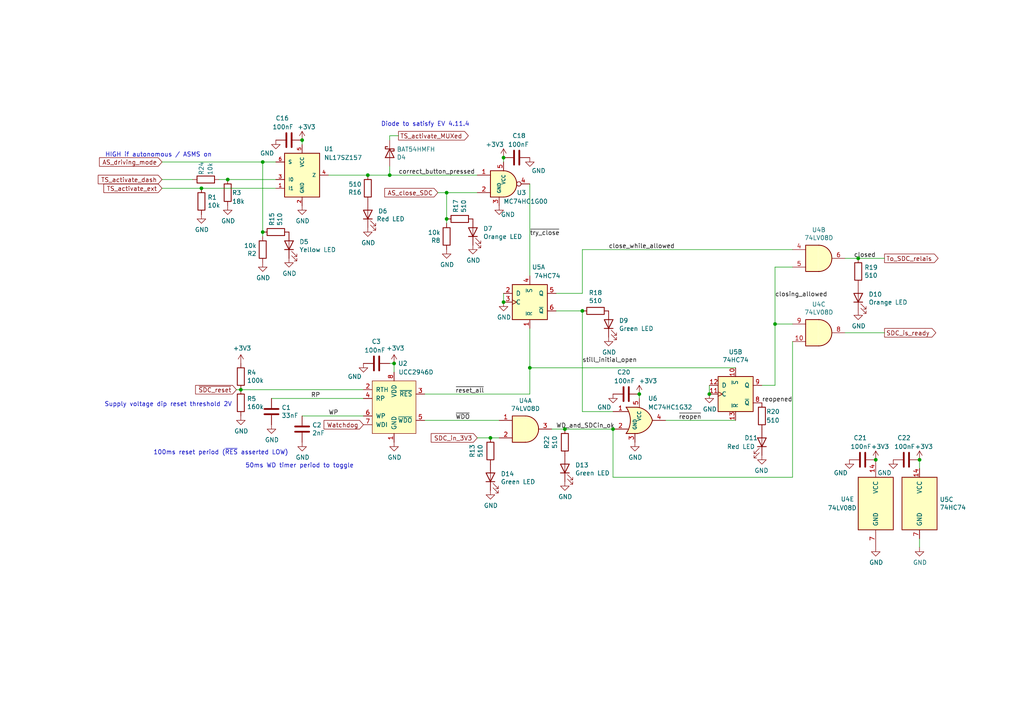
<source format=kicad_sch>
(kicad_sch (version 20211123) (generator eeschema)
  (paper "A4")
  (title_block (title "SDCL - Non-Programmable Logic") (date "2021-12-16") (rev "v1.0") (company "FaSTTUBe - Formula Student Team TU Berlin") (comment 1 "Car 113") (comment 2 "EBS Electronics") (comment 3 "Compliance for rule T 14.5.1 and T 14.5.2") (comment 4 "Hard-Wired logic for SDC relay latching and activation buttons"))
  (lib_symbols
    (symbol "74xx:74HC74" (pin_names (offset 1.016))
      (property "Reference" "U" (at -7.62 8.89 0))
      (property "Value" "74HC74" (at -7.62 -8.89 0))
      (symbol "74HC74_1_0"
        (pin input line (at 0 -7.62 90) (length 2.54) (name "~{R}") (number "1"))
        (pin input line (at -7.62 2.54 0) (length 2.54) (name "D") (number "2"))
        (pin input clock (at -7.62 0 0) (length 2.54) (name "C") (number "3"))
        (pin input line (at 0 7.62 270) (length 2.54) (name "~{S}") (number "4"))
        (pin output line (at 7.62 2.54 180) (length 2.54) (name "Q") (number "5"))
        (pin output line (at 7.62 -2.54 180) (length 2.54) (name "~{Q}") (number "6"))
      )
      (symbol "74HC74_1_1"
        (rectangle (start -5.08 5.08) (end 5.08 -5.08) (stroke (width 0.254)) (fill (type background)))
      )
      (symbol "74HC74_2_0"
        (pin input line (at 0 7.62 270) (length 2.54) (name "~{S}") (number "10"))
        (pin input clock (at -7.62 0 0) (length 2.54) (name "C") (number "11"))
        (pin input line (at -7.62 2.54 0) (length 2.54) (name "D") (number "12"))
        (pin input line (at 0 -7.62 90) (length 2.54) (name "~{R}") (number "13"))
        (pin output line (at 7.62 -2.54 180) (length 2.54) (name "~{Q}") (number "8"))
        (pin output line (at 7.62 2.54 180) (length 2.54) (name "Q") (number "9"))
      )
      (symbol "74HC74_2_1"
        (rectangle (start -5.08 5.08) (end 5.08 -5.08) (stroke (width 0.254)) (fill (type background)))
      )
      (symbol "74HC74_3_0"
        (pin power_in line (at 0 10.16 270) (length 2.54) (name "VCC") (number "14"))
        (pin power_in line (at 0 -10.16 90) (length 2.54) (name "GND") (number "7"))
      )
      (symbol "74HC74_3_1"
        (rectangle (start -5.08 7.62) (end 5.08 -7.62) (stroke (width 0.254)) (fill (type background)))
      )
    )
    (symbol "Custom:74LV08D" (pin_names (offset 1.016))
      (property "Reference" "U" (at 3.81 6.35 0))
      (property "Value" "74LV08D" (at 7.62 3.81 0))
      (symbol "74LV08D_1_1"
        (arc (start 0 -3.81) (mid 3.81 0) (end 0 3.81) (stroke (width 0.254)) (fill (type background)))
        (polyline (pts (xy 0 3.81) (xy -3.81 3.81) (xy -3.81 -3.81) (xy 0 -3.81)) (stroke (width 0.254)) (fill (type background)))
        (pin input line (at -7.62 2.54 0) (length 3.81) (name "~") (number "1"))
        (pin input line (at -7.62 -2.54 0) (length 3.81) (name "~") (number "2"))
        (pin output line (at 7.62 0 180) (length 3.81) (name "~") (number "3"))
      )
      (symbol "74LV08D_1_2"
        (arc (start -3.81 -3.81) (mid -2.589 0) (end -3.81 3.81) (stroke (width 0.254)))
        (arc (start -0.6096 -3.81) (mid 2.1842 -2.5851) (end 3.81 0) (stroke (width 0.254)) (fill (type background)))
        (polyline (pts (xy -3.81 -3.81) (xy -0.635 -3.81)) (stroke (width 0.254)) (fill (type background)))
        (polyline (pts (xy -3.81 3.81) (xy -0.635 3.81)) (stroke (width 0.254)) (fill (type background)))
        (polyline (pts (xy -0.635 3.81) (xy -3.81 3.81) (xy -3.81 3.81) (xy -3.556 3.4036) (xy -3.0226 2.2606) (xy -2.6924 1.0414) (xy -2.6162 -0.254) (xy -2.7686 -1.4986) (xy -3.175 -2.7178) (xy -3.81 -3.81) (xy -3.81 -3.81) (xy -0.635 -3.81)) (stroke (width -25.4)) (fill (type background)))
        (arc (start 3.81 0) (mid 2.1915 2.5936) (end -0.6096 3.81) (stroke (width 0.254)) (fill (type background)))
        (pin input inverted (at -7.62 2.54 0) (length 4.318) (name "~") (number "1"))
        (pin input inverted (at -7.62 -2.54 0) (length 4.318) (name "~") (number "2"))
        (pin output inverted (at 7.62 0 180) (length 3.81) (name "~") (number "3"))
      )
      (symbol "74LV08D_2_1"
        (arc (start 0 -3.81) (mid 3.81 0) (end 0 3.81) (stroke (width 0.254)) (fill (type background)))
        (polyline (pts (xy 0 3.81) (xy -3.81 3.81) (xy -3.81 -3.81) (xy 0 -3.81)) (stroke (width 0.254)) (fill (type background)))
        (pin input line (at -7.62 2.54 0) (length 3.81) (name "~") (number "4"))
        (pin input line (at -7.62 -2.54 0) (length 3.81) (name "~") (number "5"))
        (pin output line (at 7.62 0 180) (length 3.81) (name "~") (number "6"))
      )
      (symbol "74LV08D_2_2"
        (arc (start -3.81 -3.81) (mid -2.589 0) (end -3.81 3.81) (stroke (width 0.254)))
        (arc (start -0.6096 -3.81) (mid 2.1842 -2.5851) (end 3.81 0) (stroke (width 0.254)) (fill (type background)))
        (polyline (pts (xy -3.81 -3.81) (xy -0.635 -3.81)) (stroke (width 0.254)) (fill (type background)))
        (polyline (pts (xy -3.81 3.81) (xy -0.635 3.81)) (stroke (width 0.254)) (fill (type background)))
        (polyline (pts (xy -0.635 3.81) (xy -3.81 3.81) (xy -3.81 3.81) (xy -3.556 3.4036) (xy -3.0226 2.2606) (xy -2.6924 1.0414) (xy -2.6162 -0.254) (xy -2.7686 -1.4986) (xy -3.175 -2.7178) (xy -3.81 -3.81) (xy -3.81 -3.81) (xy -0.635 -3.81)) (stroke (width -25.4)) (fill (type background)))
        (arc (start 3.81 0) (mid 2.1915 2.5936) (end -0.6096 3.81) (stroke (width 0.254)) (fill (type background)))
        (pin input inverted (at -7.62 2.54 0) (length 4.318) (name "~") (number "4"))
        (pin input inverted (at -7.62 -2.54 0) (length 4.318) (name "~") (number "5"))
        (pin output inverted (at 7.62 0 180) (length 3.81) (name "~") (number "6"))
      )
      (symbol "74LV08D_3_1"
        (arc (start 0 -3.81) (mid 3.81 0) (end 0 3.81) (stroke (width 0.254)) (fill (type background)))
        (polyline (pts (xy 0 3.81) (xy -3.81 3.81) (xy -3.81 -3.81) (xy 0 -3.81)) (stroke (width 0.254)) (fill (type background)))
        (pin input line (at -7.62 -2.54 0) (length 3.81) (name "~") (number "10"))
        (pin output line (at 7.62 0 180) (length 3.81) (name "~") (number "8"))
        (pin input line (at -7.62 2.54 0) (length 3.81) (name "~") (number "9"))
      )
      (symbol "74LV08D_3_2"
        (arc (start -3.81 -3.81) (mid -2.589 0) (end -3.81 3.81) (stroke (width 0.254)))
        (arc (start -0.6096 -3.81) (mid 2.1842 -2.5851) (end 3.81 0) (stroke (width 0.254)) (fill (type background)))
        (polyline (pts (xy -3.81 -3.81) (xy -0.635 -3.81)) (stroke (width 0.254)) (fill (type background)))
        (polyline (pts (xy -3.81 3.81) (xy -0.635 3.81)) (stroke (width 0.254)) (fill (type background)))
        (polyline (pts (xy -0.635 3.81) (xy -3.81 3.81) (xy -3.81 3.81) (xy -3.556 3.4036) (xy -3.0226 2.2606) (xy -2.6924 1.0414) (xy -2.6162 -0.254) (xy -2.7686 -1.4986) (xy -3.175 -2.7178) (xy -3.81 -3.81) (xy -3.81 -3.81) (xy -0.635 -3.81)) (stroke (width -25.4)) (fill (type background)))
        (arc (start 3.81 0) (mid 2.1915 2.5936) (end -0.6096 3.81) (stroke (width 0.254)) (fill (type background)))
        (pin input inverted (at -7.62 -2.54 0) (length 4.318) (name "~") (number "10"))
        (pin output inverted (at 7.62 0 180) (length 3.81) (name "~") (number "8"))
        (pin input inverted (at -7.62 2.54 0) (length 4.318) (name "~") (number "9"))
      )
      (symbol "74LV08D_4_1"
        (arc (start 0 -3.81) (mid 3.81 0) (end 0 3.81) (stroke (width 0.254)) (fill (type background)))
        (polyline (pts (xy 0 3.81) (xy -3.81 3.81) (xy -3.81 -3.81) (xy 0 -3.81)) (stroke (width 0.254)) (fill (type background)))
        (pin output line (at 7.62 0 180) (length 3.81) (name "~") (number "11"))
        (pin input line (at -7.62 2.54 0) (length 3.81) (name "~") (number "12"))
        (pin input line (at -7.62 -2.54 0) (length 3.81) (name "~") (number "13"))
      )
      (symbol "74LV08D_4_2"
        (arc (start -3.81 -3.81) (mid -2.589 0) (end -3.81 3.81) (stroke (width 0.254)))
        (arc (start -0.6096 -3.81) (mid 2.1842 -2.5851) (end 3.81 0) (stroke (width 0.254)) (fill (type background)))
        (polyline (pts (xy -3.81 -3.81) (xy -0.635 -3.81)) (stroke (width 0.254)) (fill (type background)))
        (polyline (pts (xy -3.81 3.81) (xy -0.635 3.81)) (stroke (width 0.254)) (fill (type background)))
        (polyline (pts (xy -0.635 3.81) (xy -3.81 3.81) (xy -3.81 3.81) (xy -3.556 3.4036) (xy -3.0226 2.2606) (xy -2.6924 1.0414) (xy -2.6162 -0.254) (xy -2.7686 -1.4986) (xy -3.175 -2.7178) (xy -3.81 -3.81) (xy -3.81 -3.81) (xy -0.635 -3.81)) (stroke (width -25.4)) (fill (type background)))
        (arc (start 3.81 0) (mid 2.1915 2.5936) (end -0.6096 3.81) (stroke (width 0.254)) (fill (type background)))
        (pin output inverted (at 7.62 0 180) (length 3.81) (name "~") (number "11"))
        (pin input inverted (at -7.62 2.54 0) (length 4.318) (name "~") (number "12"))
        (pin input inverted (at -7.62 -2.54 0) (length 4.318) (name "~") (number "13"))
      )
      (symbol "74LV08D_5_0"
        (pin power_in line (at 0 12.7 270) (length 5.08) (name "VCC") (number "14"))
        (pin power_in line (at 0 -12.7 90) (length 5.08) (name "GND") (number "7"))
      )
      (symbol "74LV08D_5_1"
        (rectangle (start -5.08 7.62) (end 5.08 -7.62) (stroke (width 0.254)) (fill (type background)))
      )
    )
    (symbol "Custom:MC74HC1G00" (pin_names (offset 1.016))
      (property "Reference" "U" (at 1.27 7.62 0))
      (property "Value" "MC74HC1G00" (at 7.62 5.08 0))
      (symbol "MC74HC1G00_1_1"
        (arc (start 0 -3.81) (mid 3.81 0) (end 0 3.81) (stroke (width 0.254)) (fill (type background)))
        (polyline (pts (xy 0 3.81) (xy -3.81 3.81) (xy -3.81 -3.81) (xy 0 -3.81)) (stroke (width 0.254)) (fill (type background)))
        (pin input line (at -7.62 2.54 0) (length 3.81) (name "~") (number "1"))
        (pin input line (at -7.62 -2.54 0) (length 3.81) (name "~") (number "2"))
        (pin power_in line (at -1.27 -6.35 90) (length 2.54) (name "GND") (number "3"))
        (pin output inverted (at 7.62 0 180) (length 3.81) (name "~") (number "4"))
        (pin power_in line (at 0 6.35 270) (length 2.54) (name "VCC") (number "5"))
      )
      (symbol "MC74HC1G00_1_2"
        (arc (start -3.81 -3.81) (mid -2.589 0) (end -3.81 3.81) (stroke (width 0.254)))
        (arc (start -0.6096 -3.81) (mid 2.1842 -2.5851) (end 3.81 0) (stroke (width 0.254)) (fill (type background)))
        (polyline (pts (xy -3.81 -3.81) (xy -0.635 -3.81)) (stroke (width 0.254)) (fill (type background)))
        (polyline (pts (xy -3.81 3.81) (xy -0.635 3.81)) (stroke (width 0.254)) (fill (type background)))
        (polyline (pts (xy -0.635 3.81) (xy -3.81 3.81) (xy -3.81 3.81) (xy -3.556 3.4036) (xy -3.0226 2.2606) (xy -2.6924 1.0414) (xy -2.6162 -0.254) (xy -2.7686 -1.4986) (xy -3.175 -2.7178) (xy -3.81 -3.81) (xy -3.81 -3.81) (xy -0.635 -3.81)) (stroke (width -25.4)) (fill (type background)))
        (arc (start 3.81 0) (mid 2.1915 2.5936) (end -0.6096 3.81) (stroke (width 0.254)) (fill (type background)))
        (pin input inverted (at -7.62 2.54 0) (length 4.318) (name "~") (number "1"))
        (pin input inverted (at -7.62 -2.54 0) (length 4.318) (name "~") (number "2"))
        (pin output line (at 7.62 0 180) (length 3.81) (name "~") (number "3"))
      )
    )
    (symbol "Custom:MC74HC1G32" (pin_names (offset 1.016))
      (property "Reference" "U" (at 3.81 6.35 0))
      (property "Value" "MC74HC1G32" (at 8.89 3.81 0))
      (symbol "MC74HC1G32_1_1"
        (arc (start -3.81 -3.81) (mid -2.589 0) (end -3.81 3.81) (stroke (width 0.254)))
        (arc (start -0.6096 -3.81) (mid 2.1842 -2.5851) (end 3.81 0) (stroke (width 0.254)) (fill (type background)))
        (polyline (pts (xy -3.81 -3.81) (xy -0.635 -3.81)) (stroke (width 0.254)) (fill (type background)))
        (polyline (pts (xy -3.81 3.81) (xy -0.635 3.81)) (stroke (width 0.254)) (fill (type background)))
        (polyline (pts (xy -0.635 3.81) (xy -3.81 3.81) (xy -3.81 3.81) (xy -3.556 3.4036) (xy -3.0226 2.2606) (xy -2.6924 1.0414) (xy -2.6162 -0.254) (xy -2.7686 -1.4986) (xy -3.175 -2.7178) (xy -3.81 -3.81) (xy -3.81 -3.81) (xy -0.635 -3.81)) (stroke (width -25.4)) (fill (type background)))
        (arc (start 3.81 0) (mid 2.1915 2.5936) (end -0.6096 3.81) (stroke (width 0.254)) (fill (type background)))
        (pin input line (at -7.62 2.54 0) (length 4.318) (name "~") (number "1"))
        (pin input line (at -7.62 -2.54 0) (length 4.318) (name "~") (number "2"))
        (pin power_in line (at -1.27 -6.35 90) (length 2.54) (name "GND") (number "3"))
        (pin output line (at 7.62 0 180) (length 3.81) (name "~") (number "4"))
        (pin power_in line (at 0 6.35 270) (length 2.54) (name "VCC") (number "5"))
      )
      (symbol "MC74HC1G32_1_2"
        (arc (start 0 -3.81) (mid 3.81 0) (end 0 3.81) (stroke (width 0.254)) (fill (type background)))
        (polyline (pts (xy 0 3.81) (xy -3.81 3.81) (xy -3.81 -3.81) (xy 0 -3.81)) (stroke (width 0.254)) (fill (type background)))
        (pin input inverted (at -7.62 2.54 0) (length 3.81) (name "~") (number "1"))
        (pin input inverted (at -7.62 -2.54 0) (length 3.81) (name "~") (number "2"))
        (pin output inverted (at 7.62 0 180) (length 3.81) (name "~") (number "3"))
      )
    )
    (symbol "Custom:NL17SZ157" (pin_names (offset 1.016))
      (property "Reference" "U" (at 0 15.24 0))
      (property "Value" "NL17SZ157" (at 0 12.7 0))
      (symbol "NL17SZ157_1_1"
        (rectangle (start -5.08 6.35) (end 5.08 -6.35) (stroke (width 0.254)) (fill (type background)))
        (pin input line (at -7.62 -3.81 0) (length 2.54) (name "I1") (number "1"))
        (pin power_in line (at 0 -8.89 90) (length 2.54) (name "GND") (number "2"))
        (pin input line (at -7.62 -1.27 0) (length 2.54) (name "I0") (number "3"))
        (pin output line (at 7.62 0 180) (length 2.54) (name "Z") (number "4"))
        (pin power_in line (at 0 8.89 270) (length 2.54) (name "VCC") (number "5"))
        (pin input line (at -7.62 3.81 0) (length 2.54) (name "S") (number "6"))
      )
    )
    (symbol "Custom:UCC2946" (pin_names (offset 1.016))
      (property "Reference" "U" (at 0 15.24 0))
      (property "Value" "UCC2946" (at 0 12.7 0))
      (symbol "UCC2946_0_1"
        (rectangle (start -6.35 7.62) (end 6.35 -7.62) (fill (type background)))
      )
      (symbol "UCC2946_1_1"
        (pin power_in line (at 0 -10.16 90) (length 2.54) (name "GND") (number "1"))
        (pin input line (at -8.89 5.08 0) (length 2.54) (name "RTH") (number "2"))
        (pin input line (at 8.89 3.81 180) (length 2.54) (name "~{RES}") (number "3"))
        (pin input line (at -8.89 2.54 0) (length 2.54) (name "RP") (number "4"))
        (pin input line (at 8.89 -3.81 180) (length 2.54) (name "~{WDO}") (number "5"))
        (pin input line (at -8.89 -2.54 0) (length 2.54) (name "WP") (number "6"))
        (pin input line (at -8.89 -5.08 0) (length 2.54) (name "WDI") (number "7"))
        (pin power_in line (at 0 10.16 270) (length 2.54) (name "VDD") (number "8"))
      )
    )
    (symbol "Device:C" (pin_numbers hide) (pin_names (offset 0.254))
      (property "Reference" "C" (at 0.635 2.54 0))
      (property "Value" "C" (at 0.635 -2.54 0))
      (symbol "C_0_1"
        (polyline (pts (xy -2.032 -0.762) (xy 2.032 -0.762)) (stroke (width 0.508)))
        (polyline (pts (xy -2.032 0.762) (xy 2.032 0.762)) (stroke (width 0.508)))
      )
      (symbol "C_1_1"
        (pin passive line (at 0 3.81 270) (length 2.794) (name "~") (number "1"))
        (pin passive line (at 0 -3.81 90) (length 2.794) (name "~") (number "2"))
      )
    )
    (symbol "Device:D_Schottky" (pin_numbers hide) (pin_names (offset 1.016) hide)
      (property "Reference" "D" (at 0 2.54 0))
      (property "Value" "D_Schottky" (at 0 -2.54 0))
      (symbol "D_Schottky_0_1"
        (polyline (pts (xy 1.27 0) (xy -1.27 0)))
        (polyline (pts (xy 1.27 1.27) (xy 1.27 -1.27) (xy -1.27 0) (xy 1.27 1.27)) (stroke (width 0.254)))
        (polyline (pts (xy -1.905 0.635) (xy -1.905 1.27) (xy -1.27 1.27) (xy -1.27 -1.27) (xy -0.635 -1.27) (xy -0.635 -0.635)) (stroke (width 0.254)))
      )
      (symbol "D_Schottky_1_1"
        (pin passive line (at -3.81 0 0) (length 2.54) (name "K") (number "1"))
        (pin passive line (at 3.81 0 180) (length 2.54) (name "A") (number "2"))
      )
    )
    (symbol "Device:LED" (pin_numbers hide) (pin_names (offset 1.016) hide)
      (property "Reference" "D" (at 0 2.54 0))
      (property "Value" "LED" (at 0 -2.54 0))
      (symbol "LED_0_1"
        (polyline (pts (xy -1.27 -1.27) (xy -1.27 1.27)) (stroke (width 0.254)))
        (polyline (pts (xy -1.27 0) (xy 1.27 0)))
        (polyline (pts (xy 1.27 -1.27) (xy 1.27 1.27) (xy -1.27 0) (xy 1.27 -1.27)) (stroke (width 0.254)))
        (polyline (pts (xy -3.048 -0.762) (xy -4.572 -2.286) (xy -3.81 -2.286) (xy -4.572 -2.286) (xy -4.572 -1.524)))
        (polyline (pts (xy -1.778 -0.762) (xy -3.302 -2.286) (xy -2.54 -2.286) (xy -3.302 -2.286) (xy -3.302 -1.524)))
      )
      (symbol "LED_1_1"
        (pin passive line (at -3.81 0 0) (length 2.54) (name "K") (number "1"))
        (pin passive line (at 3.81 0 180) (length 2.54) (name "A") (number "2"))
      )
    )
    (symbol "Device:R" (pin_numbers hide) (pin_names (offset 0))
      (property "Reference" "R" (at 2.032 0 90))
      (property "Value" "R" (at 0 0 90))
      (symbol "R_0_1"
        (rectangle (start -1.016 -2.54) (end 1.016 2.54) (stroke (width 0.254)))
      )
      (symbol "R_1_1"
        (pin passive line (at 0 3.81 270) (length 1.27) (name "~") (number "1"))
        (pin passive line (at 0 -3.81 90) (length 1.27) (name "~") (number "2"))
      )
    )
    (symbol "power:+3.3V" (power) (pin_names (offset 0))
      (property "Value" "+3.3V" (at 0 3.556 0))
      (symbol "+3.3V_0_1"
        (polyline (pts (xy -0.762 1.27) (xy 0 2.54)))
        (polyline (pts (xy 0 0) (xy 0 2.54)))
        (polyline (pts (xy 0 2.54) (xy 0.762 1.27)))
      )
      (symbol "+3.3V_1_1"
        (pin power_in line (at 0 0 90) (length 0) hide (name "+3V3") (number "1"))
      )
    )
    (symbol "power:GND" (power) (pin_names (offset 0))
      (property "Value" "GND" (at 0 -3.81 0))
      (symbol "GND_0_1"
        (polyline (pts (xy 0 0) (xy 0 -1.27) (xy 1.27 -1.27) (xy 0 -2.54) (xy -1.27 -1.27) (xy 0 -1.27)))
      )
      (symbol "GND_1_1"
        (pin power_in line (at 0 0 270) (length 0) hide (name "GND") (number "1"))
      )
    )
  )
  (junction (at 142.24 127))
  (junction (at 66.04 52.07))
  (junction (at 106.68 50.8))
  (junction (at 168.91 90.17))
  (junction (at 146.05 87.63))
  (junction (at 266.7 133.35))
  (junction (at 76.2 46.99))
  (junction (at 76.2 67.31))
  (junction (at 254 133.35))
  (junction (at 153.67 106.68))
  (junction (at 58.42 54.61))
  (junction (at 113.03 50.8))
  (junction (at 163.83 124.46))
  (junction (at 129.54 63.5))
  (junction (at 185.42 114.3))
  (junction (at 177.8 124.46))
  (junction (at 87.63 40.64))
  (junction (at 69.85 113.03))
  (junction (at 114.3 105.41))
  (junction (at 205.74 114.3))
  (junction (at 224.79 93.98))
  (junction (at 146.05 45.72))
  (junction (at 248.92 74.93))
  (junction (at 129.54 55.88))
  (wire (pts (xy 129.54 63.5) (xy 129.54 64.77)))
  (wire (pts (xy 224.79 77.47) (xy 229.87 77.47)))
  (wire (pts (xy 146.05 85.09) (xy 146.05 87.63)))
  (wire (pts (xy 58.42 54.61) (xy 80.01 54.61)))
  (wire (pts (xy 229.87 93.98) (xy 224.79 93.98)))
  (wire (pts (xy 76.2 46.99) (xy 80.01 46.99)))
  (wire (pts (xy 113.03 50.8) (xy 138.43 50.8)))
  (wire (pts (xy 213.36 106.68) (xy 153.67 106.68)))
  (wire (pts (xy 266.7 158.75) (xy 266.7 156.21)))
  (wire (pts (xy 185.42 114.3) (xy 185.42 115.57)))
  (wire (pts (xy 245.11 74.93) (xy 248.92 74.93)))
  (wire (pts (xy 168.91 72.39) (xy 229.87 72.39)))
  (wire (pts (xy 220.98 111.76) (xy 224.79 111.76)))
  (wire (pts (xy 168.91 119.38) (xy 177.8 119.38)))
  (wire (pts (xy 168.91 90.17) (xy 161.29 90.17)))
  (wire (pts (xy 142.24 127) (xy 144.78 127)))
  (wire (pts (xy 106.68 50.8) (xy 113.03 50.8)))
  (wire (pts (xy 87.63 40.64) (xy 87.63 41.91)))
  (wire (pts (xy 193.04 121.92) (xy 213.36 121.92)))
  (wire (pts (xy 146.05 45.72) (xy 146.05 46.99)))
  (wire (pts (xy 95.25 50.8) (xy 106.68 50.8)))
  (wire (pts (xy 168.91 72.39) (xy 168.91 85.09)))
  (wire (pts (xy 113.03 48.26) (xy 113.03 50.8)))
  (wire (pts (xy 66.04 52.07) (xy 80.01 52.07)))
  (wire (pts (xy 245.11 96.52) (xy 256.54 96.52)))
  (wire (pts (xy 78.74 115.57) (xy 105.41 115.57)))
  (wire (pts (xy 229.87 138.43) (xy 177.8 138.43)))
  (wire (pts (xy 76.2 46.99) (xy 76.2 67.31)))
  (wire (pts (xy 46.99 52.07) (xy 55.88 52.07)))
  (wire (pts (xy 224.79 93.98) (xy 224.79 77.47)))
  (wire (pts (xy 129.54 55.88) (xy 138.43 55.88)))
  (wire (pts (xy 129.54 55.88) (xy 129.54 63.5)))
  (wire (pts (xy 163.83 124.46) (xy 177.8 124.46)))
  (wire (pts (xy 266.7 135.89) (xy 266.7 133.35)))
  (wire (pts (xy 138.43 127) (xy 142.24 127)))
  (wire (pts (xy 229.87 99.06) (xy 229.87 138.43)))
  (wire (pts (xy 160.02 124.46) (xy 163.83 124.46)))
  (wire (pts (xy 63.5 52.07) (xy 66.04 52.07)))
  (wire (pts (xy 153.67 53.34) (xy 153.67 80.01)))
  (wire (pts (xy 205.74 111.76) (xy 205.74 114.3)))
  (wire (pts (xy 161.29 85.09) (xy 168.91 85.09)))
  (wire (pts (xy 113.03 40.64) (xy 113.03 39.37)))
  (wire (pts (xy 177.8 138.43) (xy 177.8 124.46)))
  (wire (pts (xy 248.92 74.93) (xy 256.54 74.93)))
  (wire (pts (xy 46.99 46.99) (xy 76.2 46.99)))
  (wire (pts (xy 127 55.88) (xy 129.54 55.88)))
  (wire (pts (xy 113.03 105.41) (xy 114.3 105.41)))
  (wire (pts (xy 87.63 120.65) (xy 105.41 120.65)))
  (wire (pts (xy 153.67 106.68) (xy 153.67 114.3)))
  (wire (pts (xy 224.79 111.76) (xy 224.79 93.98)))
  (wire (pts (xy 76.2 67.31) (xy 76.2 68.58)))
  (wire (pts (xy 123.19 121.92) (xy 144.78 121.92)))
  (wire (pts (xy 123.19 114.3) (xy 153.67 114.3)))
  (wire (pts (xy 153.67 95.25) (xy 153.67 106.68)))
  (wire (pts (xy 68.58 113.03) (xy 69.85 113.03)))
  (wire (pts (xy 46.99 54.61) (xy 58.42 54.61)))
  (wire (pts (xy 113.03 39.37) (xy 115.57 39.37)))
  (wire (pts (xy 168.91 90.17) (xy 168.91 119.38)))
  (wire (pts (xy 69.85 113.03) (xy 105.41 113.03)))
  (wire (pts (xy 114.3 105.41) (xy 114.3 107.95)))
  (text "Supply voltage dip reset threshold 2V" (at 67.31 118.11 180) (effects (font (size 1.27 1.27)) (justify right bottom)))
  (text "Diode to satisfy EV 4.11.4" (at 110.49 36.83 0) (effects (font (size 1.27 1.27)) (justify left bottom)))
  (text "100ms reset period (~{RES} asserted LOW)" (at 44.45 132.08 0) (effects (font (size 1.27 1.27)) (justify left bottom)))
  (text "HIGH if autonomous / ASMS on" (at 30.48 45.72 0) (effects (font (size 1.27 1.27)) (justify left bottom)))
  (text "50ms WD timer period to toggle" (at 71.12 135.89 0) (effects (font (size 1.27 1.27)) (justify left bottom)))
  (label "~{reset_all}" (at 132.08 114.3 0))
  (label "reopened" (at 220.98 116.84 0))
  (label "still_initial_open" (at 168.91 105.41 0))
  (label "RP" (at 90.17 115.57 0))
  (label "~{try_close}" (at 153.67 68.58 0))
  (label "WD_and_SDCin_ok" (at 161.29 124.46 0))
  (label "closed" (at 247.65 74.93 0))
  (label "close_while_allowed" (at 176.53 72.39 0))
  (label "closing_allowed" (at 224.79 86.36 0))
  (label "~{WDO}" (at 132.08 121.92 0))
  (label "correct_button_pressed" (at 115.57 50.8 0))
  (label "~{reopen}" (at 196.85 121.92 0))
  (label "WP" (at 95.25 120.65 0))
  (global_label "To_SDC_relais" (shape output) (at 256.54 74.93 0) (property "Intersheet References" "${INTERSHEET_REFS}" (effects hide)))
  (global_label "SDC_in_3V3" (shape input) (at 138.43 127 180) (property "Intersheet References" "${INTERSHEET_REFS}" (effects hide)))
  (global_label "Watchdog" (shape input) (at 105.41 123.19 180) (property "Intersheet References" "${INTERSHEET_REFS}" (effects hide)))
  (global_label "TS_activate_ext" (shape input) (at 46.99 54.61 180) (property "Intersheet References" "${INTERSHEET_REFS}" (effects hide)))
  (global_label "SDC_is_ready" (shape output) (at 256.54 96.52 0) (property "Intersheet References" "${INTERSHEET_REFS}" (effects hide)))
  (global_label "~{SDC_reset}" (shape input) (at 68.58 113.03 180) (property "Intersheet References" "${INTERSHEET_REFS}" (effects hide)))
  (global_label "TS_activate_MUXed" (shape output) (at 115.57 39.37 0) (property "Intersheet References" "${INTERSHEET_REFS}" (effects hide)))
  (global_label "AS_driving_mode" (shape input) (at 46.99 46.99 180) (property "Intersheet References" "${INTERSHEET_REFS}" (effects hide)))
  (global_label "TS_activate_dash" (shape input) (at 46.99 52.07 180) (property "Intersheet References" "${INTERSHEET_REFS}" (effects hide)))
  (global_label "AS_close_SDC" (shape input) (at 127 55.88 180) (property "Intersheet References" "${INTERSHEET_REFS}" (effects hide)))
  (symbol (lib_id "Device:C") (at 78.74 119.38 0) (unit 1)
    (property "Reference" "C1" (at 81.661 118.2116 0) (effects (justify left)))
    (property "Value" "33nF" (at 81.661 120.523 0) (effects (justify left)))
    (property "Footprint" "Capacitor_SMD:C_0603_1608Metric_Pad1.05x0.95mm_HandSolder" (effects hide))
  )
  (symbol (lib_id "Device:C") (at 87.63 124.46 0) (unit 1)
    (property "Reference" "C2" (at 90.551 123.2916 0) (effects (justify left)))
    (property "Value" "2nF" (at 90.551 125.603 0) (effects (justify left)))
    (property "Footprint" "Capacitor_SMD:C_0603_1608Metric_Pad1.05x0.95mm_HandSolder" (effects hide))
  )
  (symbol (lib_id "Custom:UCC2946") (at 114.3 118.11 0) (unit 1)
    (property "Reference" "U2" (at 116.84 105.41 0))
    (property "Value" "UCC2946D" (at 120.65 107.95 0))
    (property "Footprint" "Package_SO:SOIC-8_3.9x4.9mm_P1.27mm" (effects hide))
    (property "Datasheet" "https://www.ti.com/lit/ds/symlink/ucc2946.pdf" (effects hide))
  )
  (symbol (lib_id "Device:C") (at 109.22 105.41 90) (unit 1)
    (property "Reference" "C3" (at 110.49 99.06 90) (effects (justify left)))
    (property "Value" "100nF" (at 111.76 101.6 90) (effects (justify left)))
    (property "Footprint" "Capacitor_SMD:C_0603_1608Metric_Pad1.05x0.95mm_HandSolder" (effects hide))
  )
  (symbol (lib_id "Device:R") (at 69.85 116.84 0) (unit 1)
    (property "Reference" "R5" (at 71.628 115.6716 0) (effects (justify left)))
    (property "Value" "160k" (at 71.628 117.983 0) (effects (justify left)))
    (property "Footprint" "Resistor_SMD:R_0603_1608Metric_Pad1.05x0.95mm_HandSolder" (effects hide))
  )
  (symbol (lib_id "Device:R") (at 69.85 109.22 0) (unit 1)
    (property "Reference" "R4" (at 71.628 108.0516 0) (effects (justify left)))
    (property "Value" "100k" (at 71.628 110.363 0) (effects (justify left)))
    (property "Footprint" "Resistor_SMD:R_0603_1608Metric_Pad1.05x0.95mm_HandSolder" (effects hide))
  )
  (symbol (lib_id "Device:R") (at 58.42 58.42 0) (unit 1)
    (property "Reference" "R1" (at 60.198 57.2516 0) (effects (justify left)))
    (property "Value" "10k" (at 60.198 59.563 0) (effects (justify left)))
    (property "Footprint" "Resistor_SMD:R_0603_1608Metric_Pad1.05x0.95mm_HandSolder" (effects hide))
  )
  (symbol (lib_id "Device:R") (at 66.04 55.88 0) (unit 1)
    (property "Reference" "R3" (at 67.31 55.88 0) (effects (justify left)))
    (property "Value" "18k" (at 67.31 58.42 0) (effects (justify left)))
    (property "Footprint" "Resistor_SMD:R_0603_1608Metric_Pad1.05x0.95mm_HandSolder" (effects hide))
  )
  (symbol (lib_id "power:GND") (at 66.04 59.69 0) (unit 1)
    (property "Reference" "#PWR0107" (effects hide))
    (property "Value" "GND" (at 66.167 64.0842 0))
  )
  (symbol (lib_id "power:GND") (at 58.42 62.23 0) (unit 1)
    (property "Reference" "#PWR0108" (effects hide))
    (property "Value" "GND" (at 58.547 66.6242 0))
  )
  (symbol (lib_id "Device:R") (at 76.2 72.39 180) (unit 1)
    (property "Reference" "R2" (at 74.422 73.5584 0) (effects (justify left)))
    (property "Value" "10k" (at 74.422 71.247 0) (effects (justify left)))
    (property "Footprint" "Resistor_SMD:R_0603_1608Metric_Pad1.05x0.95mm_HandSolder" (effects hide))
  )
  (symbol (lib_id "power:GND") (at 76.2 76.2 0) (unit 1)
    (property "Reference" "#PWR0109" (effects hide))
    (property "Value" "GND" (at 76.327 80.5942 0))
  )
  (symbol (lib_id "Device:R") (at 129.54 68.58 180) (unit 1)
    (property "Reference" "R8" (at 127.762 69.7484 0) (effects (justify left)))
    (property "Value" "10k" (at 127.762 67.437 0) (effects (justify left)))
    (property "Footprint" "Resistor_SMD:R_0603_1608Metric_Pad1.05x0.95mm_HandSolder" (effects hide))
  )
  (symbol (lib_id "Custom:MC74HC1G00") (at 146.05 53.34 0)
    (property "Reference" "U3" (at 149.86 55.88 0) (effects (justify left)))
    (property "Value" "MC74HC1G00" (at 146.05 58.42 0) (effects (justify left)))
    (property "Footprint" "Custom:SC-74A-5_1.5x2.9mm_P0.95mm" (effects hide))
    (property "Datasheet" "http://www.ti.com/lit/gpn/sn74ls00" (effects hide))
  )
  (symbol (lib_id "power:GND") (at 144.78 59.69 0) (unit 1)
    (property "Reference" "#PWR0122" (effects hide))
    (property "Value" "GND" (at 147.32 62.23 0))
  )
  (symbol (lib_id "power:GND") (at 129.54 72.39 0) (unit 1)
    (property "Reference" "#PWR0111" (effects hide))
    (property "Value" "GND" (at 129.667 76.7842 0))
  )
  (symbol (lib_id "Custom:MC74HC1G32") (at 185.42 121.92 0)
    (property "Reference" "U6" (at 187.96 115.57 0) (effects (justify left)))
    (property "Value" "MC74HC1G32" (at 187.96 118.11 0) (effects (justify left)))
    (property "Footprint" "Custom:SC-74A-5_1.5x2.9mm_P0.95mm" (effects hide))
    (property "Datasheet" "https://www.mouser.de/datasheet/2/308/1/MC74HC1G32_D-2315545.pdf" (effects hide))
  )
  (symbol (lib_id "power:GND") (at 184.15 128.27 0) (unit 1)
    (property "Reference" "#PWR0124" (effects hide))
    (property "Value" "GND" (at 184.277 132.6642 0))
  )
  (symbol (lib_id "power:+3.3V") (at 185.42 114.3 0) (unit 1)
    (property "Reference" "#PWR0125" (effects hide))
    (property "Value" "+3.3V" (at 187.96 110.49 0))
  )
  (symbol (lib_id "power:GND") (at 105.41 105.41 0) (unit 1)
    (property "Reference" "#PWR0112" (effects hide))
    (property "Value" "GND" (at 102.87 109.22 0))
  )
  (symbol (lib_id "Custom:74LV08D") (at 152.4 124.46 0) (unit 1)
    (property "Reference" "U4" (at 152.4 116.205 0))
    (property "Value" "74LV08D" (at 152.4 118.5164 0))
    (property "Footprint" "Package_SO:SOIC-14_3.9x8.7mm_P1.27mm" (effects hide))
    (property "Datasheet" "https://www.mouser.de/datasheet/2/916/74LV08-1388983.pdf" (effects hide))
  )
  (symbol (lib_id "power:GND") (at 87.63 128.27 0) (unit 1)
    (property "Reference" "#PWR0113" (effects hide))
    (property "Value" "GND" (at 87.757 132.6642 0))
  )
  (symbol (lib_id "Custom:74LV08D") (at 237.49 74.93 0) (unit 2)
    (property "Reference" "U4" (at 237.49 66.675 0))
    (property "Value" "74LV08D" (at 237.49 68.9864 0))
    (property "Footprint" "Package_SO:SOIC-14_3.9x8.7mm_P1.27mm" (effects hide))
    (property "Datasheet" "https://www.mouser.de/datasheet/2/916/74LV08-1388983.pdf" (effects hide))
  )
  (symbol (lib_id "Custom:74LV08D") (at 237.49 96.52 0) (unit 3)
    (property "Reference" "U4" (at 237.49 88.265 0))
    (property "Value" "74LV08D" (at 237.49 90.5764 0))
    (property "Footprint" "Package_SO:SOIC-14_3.9x8.7mm_P1.27mm" (effects hide))
    (property "Datasheet" "https://www.mouser.de/datasheet/2/916/74LV08-1388983.pdf" (effects hide))
  )
  (symbol (lib_id "power:GND") (at 146.05 87.63 0) (unit 1)
    (property "Reference" "#PWR0115" (effects hide))
    (property "Value" "GND" (at 146.177 92.0242 0))
  )
  (symbol (lib_id "Custom:74LV08D") (at 254 146.05 0) (unit 5)
    (property "Reference" "U4" (at 243.84 144.78 0) (effects (justify left)))
    (property "Value" "74LV08D" (at 240.03 147.32 0) (effects (justify left)))
    (property "Footprint" "Package_SO:SOIC-14_3.9x8.7mm_P1.27mm" (effects hide))
    (property "Datasheet" "https://www.mouser.de/datasheet/2/916/74LV08-1388983.pdf" (effects hide))
  )
  (symbol (lib_id "power:GND") (at 205.74 114.3 0) (unit 1)
    (property "Reference" "#PWR0118" (effects hide))
    (property "Value" "GND" (at 205.867 118.6942 0))
  )
  (symbol (lib_id "power:+3.3V") (at 254 133.35 0) (unit 1)
    (property "Reference" "#PWR0126" (effects hide))
    (property "Value" "+3.3V" (at 255.27 129.54 0))
  )
  (symbol (lib_id "power:GND") (at 254 158.75 0) (unit 1)
    (property "Reference" "#PWR0127" (effects hide))
    (property "Value" "GND" (at 254.127 163.1442 0))
  )
  (symbol (lib_id "power:+3.3V") (at 114.3 105.41 0) (unit 1)
    (property "Reference" "#PWR0128" (effects hide))
    (property "Value" "+3.3V" (at 114.681 101.0158 0))
  )
  (symbol (lib_id "power:+3.3V") (at 69.85 105.41 0) (unit 1)
    (property "Reference" "#PWR0129" (effects hide))
    (property "Value" "+3.3V" (at 70.231 101.0158 0))
  )
  (symbol (lib_id "Device:D_Schottky") (at 113.03 44.45 90) (mirror x) (unit 1)
    (property "Reference" "D4" (at 115.062 45.6184 90) (effects (justify right)))
    (property "Value" "BAT54HMFH" (at 115.062 43.307 90) (effects (justify right)))
    (property "Footprint" "Diode_SMD:D_SOT-23_ANK" (effects hide))
  )
  (symbol (lib_id "power:GND") (at 69.85 120.65 0) (unit 1)
    (property "Reference" "#PWR0130" (effects hide))
    (property "Value" "GND" (at 69.977 125.0442 0))
  )
  (symbol (lib_id "power:GND") (at 78.74 123.19 0) (unit 1)
    (property "Reference" "#PWR0131" (effects hide))
    (property "Value" "GND" (at 78.867 127.5842 0))
  )
  (symbol (lib_id "Custom:NL17SZ157") (at 87.63 50.8 0) (unit 1)
    (property "Reference" "U1" (at 93.98 43.18 0) (effects (justify left)))
    (property "Value" "NL17SZ157" (at 93.98 45.72 0) (effects (justify left)))
    (property "Footprint" "Custom:SC-74-6_1.5x2.9mm_P0.95mm" (effects hide))
    (property "Datasheet" "https://www.mouser.de/datasheet/2/308/1/NL17SZ157_D-2318109.pdf" (effects hide))
  )
  (symbol (lib_id "power:GND") (at 114.3 128.27 0) (unit 1)
    (property "Reference" "#PWR0132" (effects hide))
    (property "Value" "GND" (at 114.427 132.6642 0))
  )
  (symbol (lib_id "power:GND") (at 87.63 59.69 0) (unit 1)
    (property "Reference" "#PWR0116" (effects hide))
    (property "Value" "GND" (at 87.757 64.0842 0))
  )
  (symbol (lib_id "Device:LED") (at 248.92 86.36 90) (unit 1)
    (property "Reference" "D10" (at 251.9172 85.3694 90) (effects (justify right)))
    (property "Value" "Orange LED" (at 251.9172 87.6808 90) (effects (justify right)))
    (property "Footprint" "Diode_SMD:D_0603_1608Metric_Pad1.05x0.95mm_HandSolder" (effects hide))
  )
  (symbol (lib_id "Device:R") (at 248.92 78.74 0) (unit 1)
    (property "Reference" "R19" (at 250.698 77.5716 0) (effects (justify left)))
    (property "Value" "510" (at 250.698 79.883 0) (effects (justify left)))
    (property "Footprint" "Resistor_SMD:R_0603_1608Metric_Pad1.05x0.95mm_HandSolder" (effects hide))
  )
  (symbol (lib_id "power:GND") (at 248.92 90.17 0) (unit 1)
    (property "Reference" "#PWR0155" (effects hide))
    (property "Value" "GND" (at 249.047 94.5642 0))
  )
  (symbol (lib_id "Device:LED") (at 163.83 135.89 90) (unit 1)
    (property "Reference" "D13" (at 166.8272 134.8994 90) (effects (justify right)))
    (property "Value" "Green LED" (at 166.8272 137.2108 90) (effects (justify right)))
    (property "Footprint" "Diode_SMD:D_0603_1608Metric_Pad1.05x0.95mm_HandSolder" (effects hide))
  )
  (symbol (lib_id "Device:R") (at 163.83 128.27 180) (unit 1)
    (property "Reference" "R22" (at 158.5722 128.27 90))
    (property "Value" "510" (at 160.8836 128.27 90))
    (property "Footprint" "Resistor_SMD:R_0603_1608Metric_Pad1.05x0.95mm_HandSolder" (effects hide))
  )
  (symbol (lib_id "power:GND") (at 163.83 139.7 0) (unit 1)
    (property "Reference" "#PWR0163" (effects hide))
    (property "Value" "GND" (at 163.957 144.0942 0))
  )
  (symbol (lib_id "74xx:74HC74") (at 153.67 87.63 0) (unit 1)
    (property "Reference" "U5" (at 156.21 77.47 0))
    (property "Value" "74HC74" (at 158.75 80.01 0))
    (property "Footprint" "Package_SO:SOIC-14_3.9x8.7mm_P1.27mm" (effects hide))
    (property "Datasheet" "https://www.mouser.de/datasheet/2/916/74HC_HCT74-1319854.pdf" (effects hide))
  )
  (symbol (lib_id "Device:LED") (at 220.98 128.27 270) (mirror x) (unit 1)
    (property "Reference" "D11" (at 215.9 127 90) (effects (justify left)))
    (property "Value" "Red LED" (at 210.82 129.54 90) (effects (justify left)))
    (property "Footprint" "Diode_SMD:D_0603_1608Metric_Pad1.05x0.95mm_HandSolder" (effects hide))
  )
  (symbol (lib_id "Device:R") (at 220.98 120.65 0) (mirror y) (unit 1)
    (property "Reference" "R20" (at 222.25 119.38 0) (effects (justify right)))
    (property "Value" "510" (at 222.25 121.92 0) (effects (justify right)))
    (property "Footprint" "Resistor_SMD:R_0603_1608Metric_Pad1.05x0.95mm_HandSolder" (effects hide))
  )
  (symbol (lib_id "power:GND") (at 220.98 132.08 0) (mirror y) (unit 1)
    (property "Reference" "#PWR0157" (effects hide))
    (property "Value" "GND" (at 220.853 136.4742 0))
  )
  (symbol (lib_id "74xx:74HC74") (at 213.36 114.3 0) (unit 2)
    (property "Reference" "U5" (at 213.36 102.0826 0))
    (property "Value" "74HC74" (at 213.36 104.394 0))
    (property "Footprint" "Package_SO:SOIC-14_3.9x8.7mm_P1.27mm" (effects hide))
    (property "Datasheet" "https://www.mouser.de/datasheet/2/916/74HC_HCT74-1319854.pdf" (effects hide))
  )
  (symbol (lib_id "74xx:74HC74") (at 266.7 146.05 0) (unit 3)
    (property "Reference" "U5" (at 272.542 144.8816 0) (effects (justify left)))
    (property "Value" "74HC74" (at 272.542 147.193 0) (effects (justify left)))
    (property "Footprint" "Package_SO:SOIC-14_3.9x8.7mm_P1.27mm" (effects hide))
    (property "Datasheet" "https://www.mouser.de/datasheet/2/916/74HC_HCT74-1319854.pdf" (effects hide))
  )
  (symbol (lib_id "Device:C") (at 250.19 133.35 90) (unit 1)
    (property "Reference" "C21" (at 251.46 127 90) (effects (justify left)))
    (property "Value" "100nF" (at 252.73 129.54 90) (effects (justify left)))
    (property "Footprint" "Capacitor_SMD:C_0603_1608Metric_Pad1.05x0.95mm_HandSolder" (effects hide))
  )
  (symbol (lib_id "power:GND") (at 246.38 133.35 0) (unit 1)
    (property "Reference" "#PWR0117" (effects hide))
    (property "Value" "GND" (at 243.84 137.16 0))
  )
  (symbol (lib_id "Device:LED") (at 176.53 93.98 90) (unit 1)
    (property "Reference" "D9" (at 179.5272 92.9894 90) (effects (justify right)))
    (property "Value" "Green LED" (at 179.5272 95.3008 90) (effects (justify right)))
    (property "Footprint" "Diode_SMD:D_0603_1608Metric_Pad1.05x0.95mm_HandSolder" (effects hide))
  )
  (symbol (lib_id "Device:R") (at 172.72 90.17 90) (unit 1)
    (property "Reference" "R18" (at 172.72 84.9122 90))
    (property "Value" "510" (at 172.72 87.2236 90))
    (property "Footprint" "Resistor_SMD:R_0603_1608Metric_Pad1.05x0.95mm_HandSolder" (effects hide))
  )
  (symbol (lib_id "power:GND") (at 176.53 97.79 0) (unit 1)
    (property "Reference" "#PWR0158" (effects hide))
    (property "Value" "GND" (at 176.657 102.1842 0))
  )
  (symbol (lib_id "Device:C") (at 262.89 133.35 90) (unit 1)
    (property "Reference" "C22" (at 264.16 127 90) (effects (justify left)))
    (property "Value" "100nF" (at 265.43 129.54 90) (effects (justify left)))
    (property "Footprint" "Capacitor_SMD:C_0603_1608Metric_Pad1.05x0.95mm_HandSolder" (effects hide))
  )
  (symbol (lib_id "power:GND") (at 259.08 133.35 0) (unit 1)
    (property "Reference" "#PWR0123" (effects hide))
    (property "Value" "GND" (at 256.54 137.16 0))
  )
  (symbol (lib_id "power:GND") (at 266.7 158.75 0) (unit 1)
    (property "Reference" "#PWR0119" (effects hide))
    (property "Value" "GND" (at 266.827 163.1442 0))
  )
  (symbol (lib_id "power:+3.3V") (at 266.7 133.35 0) (unit 1)
    (property "Reference" "#PWR0120" (effects hide))
    (property "Value" "+3.3V" (at 267.97 129.54 0))
  )
  (symbol (lib_id "Device:C") (at 181.61 114.3 90) (unit 1)
    (property "Reference" "C20" (at 182.88 107.95 90) (effects (justify left)))
    (property "Value" "100nF" (at 184.15 110.49 90) (effects (justify left)))
    (property "Footprint" "Capacitor_SMD:C_0603_1608Metric_Pad1.05x0.95mm_HandSolder" (effects hide))
  )
  (symbol (lib_id "power:GND") (at 177.8 114.3 0) (unit 1)
    (property "Reference" "#PWR0150" (effects hide))
    (property "Value" "GND" (at 175.26 118.11 0))
  )
  (symbol (lib_id "power:+3.3V") (at 146.05 45.72 0) (mirror y) (unit 1)
    (property "Reference" "#PWR0151" (effects hide))
    (property "Value" "+3.3V" (at 143.51 41.91 0))
  )
  (symbol (lib_id "Device:C") (at 149.86 45.72 270) (mirror x) (unit 1)
    (property "Reference" "C18" (at 148.59 39.37 90) (effects (justify left)))
    (property "Value" "100nF" (at 147.32 41.91 90) (effects (justify left)))
    (property "Footprint" "Capacitor_SMD:C_0603_1608Metric_Pad1.05x0.95mm_HandSolder" (effects hide))
  )
  (symbol (lib_id "power:GND") (at 153.67 45.72 0) (mirror y) (unit 1)
    (property "Reference" "#PWR0152" (effects hide))
    (property "Value" "GND" (at 156.21 49.53 0))
  )
  (symbol (lib_id "power:+3.3V") (at 87.63 40.64 0) (unit 1)
    (property "Reference" "#PWR0153" (effects hide))
    (property "Value" "+3.3V" (at 88.9 36.83 0))
  )
  (symbol (lib_id "Device:C") (at 83.82 40.64 90) (unit 1)
    (property "Reference" "C16" (at 83.82 34.29 90) (effects (justify left)))
    (property "Value" "100nF" (at 85.09 36.83 90) (effects (justify left)))
    (property "Footprint" "Capacitor_SMD:C_0603_1608Metric_Pad1.05x0.95mm_HandSolder" (effects hide))
  )
  (symbol (lib_id "power:GND") (at 80.01 40.64 0) (unit 1)
    (property "Reference" "#PWR0154" (effects hide))
    (property "Value" "GND" (at 77.47 44.45 0))
  )
  (symbol (lib_id "Device:LED") (at 83.82 71.12 90) (unit 1)
    (property "Reference" "D5" (at 86.8172 70.1294 90) (effects (justify right)))
    (property "Value" "Yellow LED" (at 86.8172 72.4408 90) (effects (justify right)))
    (property "Footprint" "Diode_SMD:D_0603_1608Metric_Pad1.05x0.95mm_HandSolder" (effects hide))
  )
  (symbol (lib_id "Device:R") (at 80.01 67.31 90) (unit 1)
    (property "Reference" "R15" (at 78.8416 65.532 0) (effects (justify left)))
    (property "Value" "510" (at 81.153 65.532 0) (effects (justify left)))
    (property "Footprint" "Resistor_SMD:R_0603_1608Metric_Pad1.05x0.95mm_HandSolder" (effects hide))
  )
  (symbol (lib_id "power:GND") (at 83.82 74.93 0) (unit 1)
    (property "Reference" "#PWR0159" (effects hide))
    (property "Value" "GND" (at 83.947 79.3242 0))
  )
  (symbol (lib_id "Device:LED") (at 137.16 67.31 90) (unit 1)
    (property "Reference" "D7" (at 140.1572 66.3194 90) (effects (justify right)))
    (property "Value" "Orange LED" (at 140.1572 68.6308 90) (effects (justify right)))
    (property "Footprint" "Diode_SMD:D_0603_1608Metric_Pad1.05x0.95mm_HandSolder" (effects hide))
  )
  (symbol (lib_id "Device:R") (at 133.35 63.5 90) (unit 1)
    (property "Reference" "R17" (at 132.1816 61.722 0) (effects (justify left)))
    (property "Value" "510" (at 134.493 61.722 0) (effects (justify left)))
    (property "Footprint" "Resistor_SMD:R_0603_1608Metric_Pad1.05x0.95mm_HandSolder" (effects hide))
  )
  (symbol (lib_id "power:GND") (at 137.16 71.12 0) (unit 1)
    (property "Reference" "#PWR0160" (effects hide))
    (property "Value" "GND" (at 137.287 75.5142 0))
  )
  (symbol (lib_id "Device:R") (at 59.69 52.07 90) (unit 1)
    (property "Reference" "R24" (at 58.42 50.8 0) (effects (justify left)))
    (property "Value" "10k" (at 60.96 50.8 0) (effects (justify left)))
    (property "Footprint" "Resistor_SMD:R_0603_1608Metric_Pad1.05x0.95mm_HandSolder" (effects hide))
  )
  (symbol (lib_id "Device:LED") (at 106.68 62.23 90) (unit 1)
    (property "Reference" "D6" (at 109.6772 61.2394 90) (effects (justify right)))
    (property "Value" "Red LED" (at 109.22 63.5 90) (effects (justify right)))
    (property "Footprint" "Diode_SMD:D_0603_1608Metric_Pad1.05x0.95mm_HandSolder" (effects hide))
  )
  (symbol (lib_id "Device:R") (at 106.68 54.61 180) (unit 1)
    (property "Reference" "R16" (at 104.902 55.7784 0) (effects (justify left)))
    (property "Value" "510" (at 104.902 53.467 0) (effects (justify left)))
    (property "Footprint" "Resistor_SMD:R_0603_1608Metric_Pad1.05x0.95mm_HandSolder" (effects hide))
  )
  (symbol (lib_id "power:GND") (at 106.68 66.04 0) (unit 1)
    (property "Reference" "#PWR0161" (effects hide))
    (property "Value" "GND" (at 106.807 70.4342 0))
  )
  (symbol (lib_id "Device:LED") (at 142.24 138.43 90) (unit 1)
    (property "Reference" "D14" (at 145.2372 137.4394 90) (effects (justify right)))
    (property "Value" "Green LED" (at 145.2372 139.7508 90) (effects (justify right)))
    (property "Footprint" "Diode_SMD:D_0603_1608Metric_Pad1.05x0.95mm_HandSolder" (effects hide))
  )
  (symbol (lib_id "power:GND") (at 142.24 142.24 0) (unit 1)
    (property "Reference" "#PWR0166" (effects hide))
    (property "Value" "GND" (at 142.367 146.6342 0))
  )
  (symbol (lib_id "Device:R") (at 142.24 130.81 180) (unit 1)
    (property "Reference" "R13" (at 136.9822 130.81 90))
    (property "Value" "510" (at 139.2936 130.81 90))
    (property "Footprint" "Resistor_SMD:R_0603_1608Metric_Pad1.05x0.95mm_HandSolder" (effects hide))
  )
)
</source>
